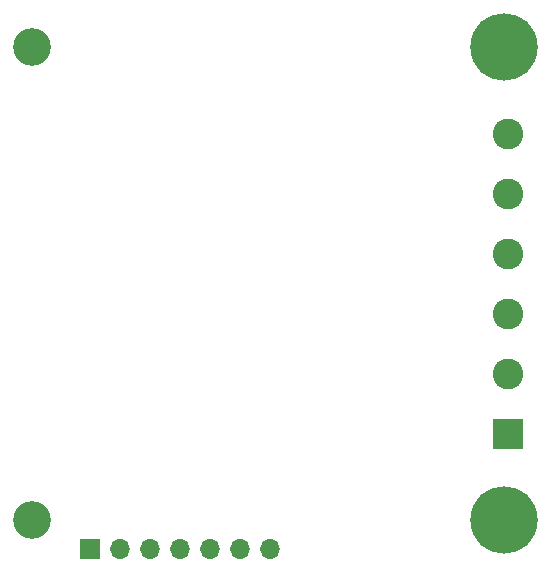
<source format=gbr>
%TF.GenerationSoftware,KiCad,Pcbnew,8.0.4*%
%TF.CreationDate,2024-07-28T20:40:06+02:00*%
%TF.ProjectId,DCWiFiSwitch,44435769-4669-4537-9769-7463682e6b69,rev?*%
%TF.SameCoordinates,Original*%
%TF.FileFunction,Soldermask,Bot*%
%TF.FilePolarity,Negative*%
%FSLAX46Y46*%
G04 Gerber Fmt 4.6, Leading zero omitted, Abs format (unit mm)*
G04 Created by KiCad (PCBNEW 8.0.4) date 2024-07-28 20:40:06*
%MOMM*%
%LPD*%
G01*
G04 APERTURE LIST*
%ADD10C,5.700000*%
%ADD11C,3.200000*%
%ADD12R,2.600000X2.600000*%
%ADD13C,2.600000*%
%ADD14R,1.700000X1.700000*%
%ADD15O,1.700000X1.700000*%
G04 APERTURE END LIST*
D10*
%TO.C,H3*%
X135000000Y-45000000D03*
%TD*%
%TO.C,H4*%
X135000000Y-85000000D03*
%TD*%
D11*
%TO.C,H1*%
X95000000Y-45000000D03*
%TD*%
%TO.C,H2*%
X95000000Y-85000000D03*
%TD*%
D12*
%TO.C,J1*%
X135305000Y-77700000D03*
D13*
X135305000Y-72620000D03*
X135305000Y-67540000D03*
X135305000Y-62460000D03*
X135305000Y-57380000D03*
X135305000Y-52300000D03*
%TD*%
D14*
%TO.C,J2*%
X99880000Y-87500000D03*
D15*
X102420000Y-87500000D03*
X104960000Y-87500000D03*
X107500000Y-87500000D03*
X110040000Y-87500000D03*
X112580000Y-87500000D03*
X115120000Y-87500000D03*
%TD*%
M02*

</source>
